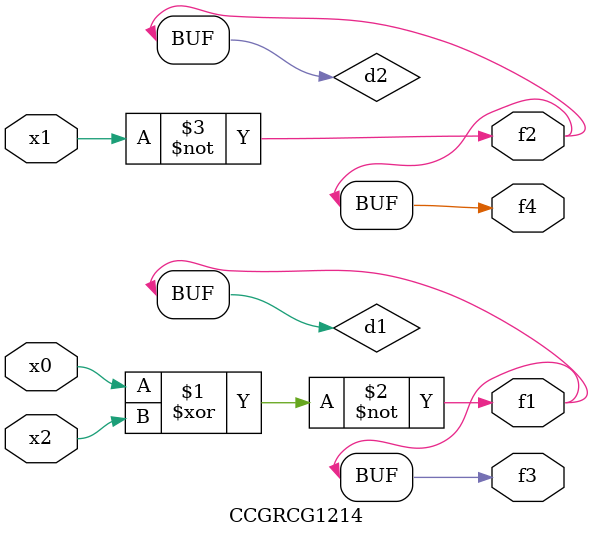
<source format=v>
module CCGRCG1214(
	input x0, x1, x2,
	output f1, f2, f3, f4
);

	wire d1, d2, d3;

	xnor (d1, x0, x2);
	nand (d2, x1);
	nor (d3, x1, x2);
	assign f1 = d1;
	assign f2 = d2;
	assign f3 = d1;
	assign f4 = d2;
endmodule

</source>
